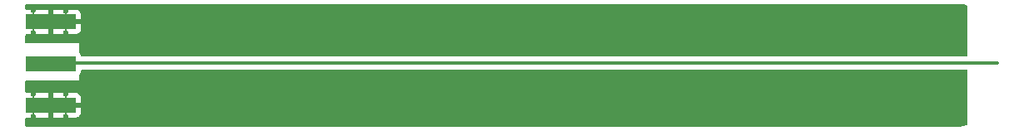
<source format=gbr>
%TF.GenerationSoftware,KiCad,Pcbnew,9.0.0*%
%TF.CreationDate,2025-03-25T21:56:39+01:00*%
%TF.ProjectId,E-Field 10cm,452d4669-656c-4642-9031-30636d2e6b69,1.0*%
%TF.SameCoordinates,Original*%
%TF.FileFunction,Copper,L1,Top*%
%TF.FilePolarity,Positive*%
%FSLAX46Y46*%
G04 Gerber Fmt 4.6, Leading zero omitted, Abs format (unit mm)*
G04 Created by KiCad (PCBNEW 9.0.0) date 2025-03-25 21:56:39*
%MOMM*%
%LPD*%
G01*
G04 APERTURE LIST*
%TA.AperFunction,SMDPad,CuDef*%
%ADD10R,5.080000X1.500000*%
%TD*%
%TA.AperFunction,ViaPad*%
%ADD11C,0.600000*%
%TD*%
%TA.AperFunction,Conductor*%
%ADD12C,0.355542*%
%TD*%
%TA.AperFunction,Conductor*%
%ADD13C,0.200000*%
%TD*%
G04 APERTURE END LIST*
D10*
%TO.P,J1,1,In*%
%TO.N,/E_SIGNAL*%
X52800000Y-100200000D03*
%TO.P,J1,2,Ext*%
%TO.N,GND*%
X52800000Y-104450000D03*
X52800000Y-95950000D03*
%TD*%
D11*
%TO.N,GND*%
X61700000Y-101500000D03*
X78700000Y-101500000D03*
X83700000Y-98900000D03*
X82700000Y-98900000D03*
X52800000Y-97150000D03*
X102700000Y-101500000D03*
X62700000Y-98900000D03*
X74700000Y-101500000D03*
X55800000Y-95950000D03*
X77700000Y-98900000D03*
X122700000Y-98900000D03*
X105700000Y-101500000D03*
X94700000Y-98900000D03*
X117700000Y-98900000D03*
X104700000Y-101500000D03*
X54350000Y-94825000D03*
X125700000Y-101500000D03*
X95700000Y-101500000D03*
X111700000Y-98900000D03*
X106700000Y-101500000D03*
X136700000Y-101500000D03*
X91700000Y-101500000D03*
X123700000Y-101500000D03*
X57700000Y-101500000D03*
X108700000Y-101500000D03*
X142700000Y-98900000D03*
X111700000Y-101500000D03*
X70700000Y-101500000D03*
X78700000Y-98900000D03*
X98700000Y-98900000D03*
X102700000Y-98900000D03*
X144700000Y-101500000D03*
X130700000Y-101500000D03*
X117700000Y-101500000D03*
X72700000Y-98900000D03*
X75700000Y-98900000D03*
X123700000Y-98900000D03*
X114700000Y-101500000D03*
X143700000Y-98900000D03*
X63700000Y-101500000D03*
X108700000Y-98900000D03*
X136700000Y-98900000D03*
X131700000Y-101500000D03*
X141700000Y-98900000D03*
X93700000Y-98900000D03*
X122700000Y-101500000D03*
X126700000Y-98900000D03*
X81700000Y-98900000D03*
X92700000Y-98900000D03*
X114700000Y-98900000D03*
X65700000Y-101500000D03*
X86700000Y-98900000D03*
X85700000Y-98900000D03*
X54350000Y-97125000D03*
X124700000Y-101500000D03*
X73700000Y-98900000D03*
X64700000Y-98900000D03*
X59700000Y-101500000D03*
X141700000Y-101500000D03*
X79700000Y-98900000D03*
X89700000Y-101500000D03*
X82700000Y-101500000D03*
X125700000Y-98900000D03*
X113700000Y-98900000D03*
X90700000Y-101500000D03*
X54350000Y-103325000D03*
X65700000Y-98900000D03*
X56700000Y-98900000D03*
X85700000Y-101500000D03*
X142700000Y-101500000D03*
X124700000Y-98900000D03*
X120700000Y-101500000D03*
X105700000Y-98900000D03*
X118700000Y-98900000D03*
X112700000Y-101500000D03*
X81700000Y-101500000D03*
X60700000Y-101500000D03*
X83700000Y-101500000D03*
X90700000Y-98900000D03*
X95700000Y-98900000D03*
X130700000Y-98900000D03*
X97700000Y-98900000D03*
X133700000Y-98900000D03*
X69700000Y-101500000D03*
X135700000Y-101500000D03*
X88700000Y-98900000D03*
X128700000Y-101500000D03*
X54350000Y-105625000D03*
X51050000Y-97125000D03*
X61700000Y-98900000D03*
X119700000Y-101500000D03*
X51050000Y-94775000D03*
X52800000Y-103300000D03*
X51050000Y-103275000D03*
X133700000Y-101500000D03*
X107700000Y-101500000D03*
X87700000Y-101500000D03*
X144700000Y-98900000D03*
X69700000Y-98900000D03*
X99700000Y-98900000D03*
X100700000Y-98900000D03*
X67700000Y-98900000D03*
X143700000Y-101500000D03*
X52800000Y-94800000D03*
X88700000Y-101500000D03*
X115700000Y-98900000D03*
X128700000Y-98900000D03*
X115700000Y-101500000D03*
X121700000Y-101500000D03*
X63700000Y-98900000D03*
X66700000Y-98900000D03*
X135700000Y-98900000D03*
X55800000Y-104450000D03*
X109700000Y-101500000D03*
X94700000Y-101500000D03*
X112700000Y-98900000D03*
X68700000Y-98900000D03*
X120700000Y-98900000D03*
X116700000Y-98900000D03*
X86700000Y-101500000D03*
X51050000Y-105625000D03*
X71700000Y-101500000D03*
X57700000Y-98900000D03*
X127700000Y-98900000D03*
X106700000Y-98900000D03*
X129700000Y-98900000D03*
X52800000Y-105650000D03*
X110700000Y-98900000D03*
X98700000Y-101500000D03*
X101700000Y-98900000D03*
X96700000Y-98900000D03*
X56700000Y-101500000D03*
X110700000Y-101500000D03*
X80700000Y-101500000D03*
X80700000Y-98900000D03*
X131700000Y-98900000D03*
X87700000Y-98900000D03*
X103700000Y-98900000D03*
X76700000Y-101500000D03*
X67700000Y-101500000D03*
X76700000Y-98900000D03*
X138700000Y-101500000D03*
X75700000Y-101500000D03*
X139700000Y-98900000D03*
X60700000Y-98900000D03*
X91700000Y-98900000D03*
X74700000Y-98900000D03*
X137700000Y-101500000D03*
X132700000Y-101500000D03*
X118700000Y-101500000D03*
X109700000Y-98900000D03*
X99700000Y-101500000D03*
X129700000Y-101500000D03*
X79700000Y-101500000D03*
X100700000Y-101500000D03*
X101700000Y-101500000D03*
X140700000Y-98900000D03*
X126700000Y-101500000D03*
X113700000Y-101500000D03*
X97700000Y-101500000D03*
X58700000Y-101500000D03*
X84700000Y-98900000D03*
X103700000Y-101500000D03*
X62700000Y-101500000D03*
X132700000Y-98900000D03*
X119700000Y-98900000D03*
X139700000Y-101500000D03*
X134700000Y-101500000D03*
X66700000Y-101500000D03*
X116700000Y-101500000D03*
X59700000Y-98900000D03*
X127700000Y-101500000D03*
X58700000Y-98900000D03*
X71700000Y-98900000D03*
X72700000Y-101500000D03*
X68700000Y-101500000D03*
X92700000Y-101500000D03*
X138700000Y-98900000D03*
X121700000Y-98900000D03*
X140700000Y-101500000D03*
X96700000Y-101500000D03*
X89700000Y-98900000D03*
X84700000Y-101500000D03*
X137700000Y-98900000D03*
X107700000Y-98900000D03*
X134700000Y-98900000D03*
X73700000Y-101500000D03*
X93700000Y-101500000D03*
X64700000Y-101500000D03*
X77700000Y-101500000D03*
X70700000Y-98900000D03*
X104700000Y-98900000D03*
%TD*%
D12*
%TO.N,/E_SIGNAL*%
X52462500Y-100150000D02*
X149000000Y-100150000D01*
D13*
%TO.N,GND*%
X52800000Y-104450000D02*
X55800000Y-104450000D01*
X52800000Y-104450000D02*
X52800000Y-103300000D01*
X51050000Y-104475000D02*
X51050000Y-105625000D01*
X54350000Y-104475000D02*
X54350000Y-103325000D01*
X54350000Y-95975000D02*
X54350000Y-97125000D01*
X52800000Y-95950000D02*
X52800000Y-94800000D01*
X52800000Y-95950000D02*
X52800000Y-97150000D01*
X54350000Y-95975000D02*
X54350000Y-94825000D01*
X51050000Y-104425000D02*
X51050000Y-103275000D01*
X51050000Y-95975000D02*
X51050000Y-97125000D01*
X51050000Y-95925000D02*
X51050000Y-94775000D01*
X54350000Y-104475000D02*
X54350000Y-105625000D01*
X52800000Y-95950000D02*
X55800000Y-95950000D01*
X52800000Y-104450000D02*
X52800000Y-105650000D01*
%TD*%
%TA.AperFunction,Conductor*%
%TO.N,GND*%
G36*
X145893039Y-100847956D02*
G01*
X145938794Y-100900760D01*
X145950000Y-100952271D01*
X145950000Y-106407476D01*
X145930315Y-106474515D01*
X145877511Y-106520270D01*
X145852865Y-106528531D01*
X145531530Y-106599843D01*
X145520866Y-106601725D01*
X145116083Y-106655069D01*
X145105296Y-106656014D01*
X144883668Y-106665699D01*
X144694142Y-106673982D01*
X144688747Y-106674100D01*
X50324500Y-106674100D01*
X50257461Y-106654415D01*
X50211706Y-106601611D01*
X50200500Y-106550100D01*
X50200500Y-105824000D01*
X50220185Y-105756961D01*
X50272989Y-105711206D01*
X50324500Y-105700000D01*
X52550000Y-105700000D01*
X53050000Y-105700000D01*
X55387828Y-105700000D01*
X55387844Y-105699999D01*
X55447372Y-105693598D01*
X55447379Y-105693596D01*
X55582086Y-105643354D01*
X55582093Y-105643350D01*
X55697187Y-105557190D01*
X55697190Y-105557187D01*
X55783350Y-105442093D01*
X55783354Y-105442086D01*
X55833596Y-105307379D01*
X55833598Y-105307372D01*
X55839999Y-105247844D01*
X55840000Y-105247827D01*
X55840000Y-104700000D01*
X53050000Y-104700000D01*
X53050000Y-105700000D01*
X52550000Y-105700000D01*
X52550000Y-104200000D01*
X53050000Y-104200000D01*
X55840000Y-104200000D01*
X55840000Y-103652172D01*
X55839999Y-103652155D01*
X55833598Y-103592627D01*
X55833596Y-103592620D01*
X55783354Y-103457913D01*
X55783350Y-103457906D01*
X55697190Y-103342812D01*
X55697187Y-103342809D01*
X55582093Y-103256649D01*
X55582086Y-103256645D01*
X55447379Y-103206403D01*
X55447372Y-103206401D01*
X55387844Y-103200000D01*
X53050000Y-103200000D01*
X53050000Y-104200000D01*
X52550000Y-104200000D01*
X52550000Y-103200000D01*
X50324500Y-103200000D01*
X50257461Y-103180315D01*
X50211706Y-103127511D01*
X50200500Y-103076000D01*
X50200500Y-102024000D01*
X50220185Y-101956961D01*
X50272989Y-101911206D01*
X50324500Y-101900000D01*
X55700000Y-101900000D01*
X55700000Y-101345537D01*
X55719685Y-101278498D01*
X55724715Y-101271251D01*
X55783796Y-101192331D01*
X55834091Y-101057483D01*
X55840500Y-100997873D01*
X55840500Y-100952271D01*
X55860185Y-100885232D01*
X55912989Y-100839477D01*
X55964500Y-100828271D01*
X145826000Y-100828271D01*
X145893039Y-100847956D01*
G37*
%TD.AperFunction*%
%TA.AperFunction,Conductor*%
G36*
X144689951Y-94100617D02*
G01*
X145100824Y-94118582D01*
X145111610Y-94119527D01*
X145516671Y-94172938D01*
X145527301Y-94174816D01*
X145852880Y-94247113D01*
X145914059Y-94280862D01*
X145947279Y-94342329D01*
X145950000Y-94368164D01*
X145950000Y-99347729D01*
X145930315Y-99414768D01*
X145877511Y-99460523D01*
X145826000Y-99471729D01*
X55959366Y-99471729D01*
X55892327Y-99452044D01*
X55846572Y-99399240D01*
X55836076Y-99360982D01*
X55834091Y-99342516D01*
X55783797Y-99207671D01*
X55783796Y-99207670D01*
X55783796Y-99207669D01*
X55724733Y-99128771D01*
X55700316Y-99063307D01*
X55700000Y-99054460D01*
X55700000Y-98150000D01*
X50324500Y-98150000D01*
X50257461Y-98130315D01*
X50211706Y-98077511D01*
X50200500Y-98026000D01*
X50200500Y-97324000D01*
X50220185Y-97256961D01*
X50272989Y-97211206D01*
X50324500Y-97200000D01*
X52550000Y-97200000D01*
X53050000Y-97200000D01*
X55387828Y-97200000D01*
X55387844Y-97199999D01*
X55447372Y-97193598D01*
X55447379Y-97193596D01*
X55582086Y-97143354D01*
X55582093Y-97143350D01*
X55697187Y-97057190D01*
X55697190Y-97057187D01*
X55783350Y-96942093D01*
X55783354Y-96942086D01*
X55833596Y-96807379D01*
X55833598Y-96807372D01*
X55839999Y-96747844D01*
X55840000Y-96747827D01*
X55840000Y-96200000D01*
X53050000Y-96200000D01*
X53050000Y-97200000D01*
X52550000Y-97200000D01*
X52550000Y-95700000D01*
X53050000Y-95700000D01*
X55840000Y-95700000D01*
X55840000Y-95152172D01*
X55839999Y-95152155D01*
X55833598Y-95092627D01*
X55833596Y-95092620D01*
X55783354Y-94957913D01*
X55783350Y-94957906D01*
X55697190Y-94842812D01*
X55697187Y-94842809D01*
X55582093Y-94756649D01*
X55582086Y-94756645D01*
X55447379Y-94706403D01*
X55447372Y-94706401D01*
X55387844Y-94700000D01*
X53050000Y-94700000D01*
X53050000Y-95700000D01*
X52550000Y-95700000D01*
X52550000Y-94700000D01*
X50324500Y-94700000D01*
X50257461Y-94680315D01*
X50211706Y-94627511D01*
X50200500Y-94576000D01*
X50200500Y-94224500D01*
X50220185Y-94157461D01*
X50272989Y-94111706D01*
X50324500Y-94100500D01*
X144647371Y-94100500D01*
X144684536Y-94100500D01*
X144689951Y-94100617D01*
G37*
%TD.AperFunction*%
%TD*%
M02*

</source>
